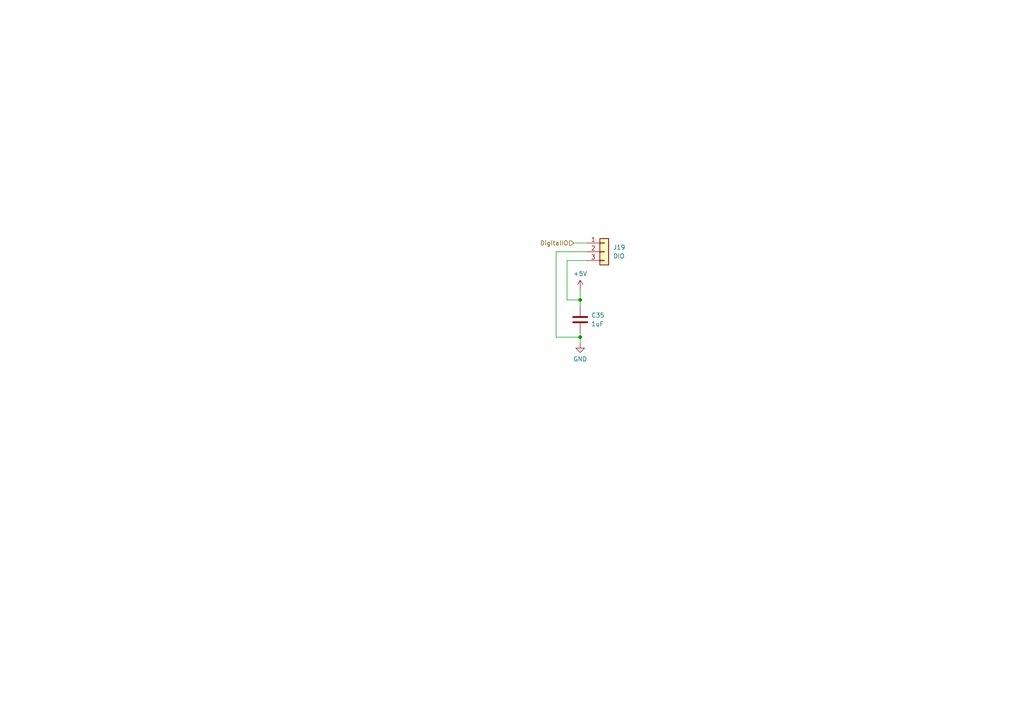
<source format=kicad_sch>
(kicad_sch (version 20230121) (generator eeschema)
  (paper "A4")
  (lib_symbols
    (symbol "Connector_Generic:Conn_01x03" (pin_names (offset 1.016) hide)
      (property "Reference" "J" (at 0 5.08 0))
      (property "Value" "Conn_01x03" (at 0 -5.08 0))
      (symbol "Conn_01x03_1_1"
        (rectangle (start -1.27 -2.413) (end 0 -2.667) (stroke (width 0.1524)))
        (rectangle (start -1.27 0.127) (end 0 -0.127) (stroke (width 0.1524)))
        (rectangle (start -1.27 2.667) (end 0 2.413) (stroke (width 0.1524)))
        (rectangle (start -1.27 3.81) (end 1.27 -3.81) (stroke (width 0.254)) (fill (type background)))
        (pin passive line (at -5.08 2.54 0) (length 3.81) (name "Pin_1") (number "1"))
        (pin passive line (at -5.08 0 0) (length 3.81) (name "Pin_2") (number "2"))
        (pin passive line (at -5.08 -2.54 0) (length 3.81) (name "Pin_3") (number "3"))
      )
    )
    (symbol "Device:C" (pin_numbers hide) (pin_names (offset 0.254))
      (property "Reference" "C" (at 0.635 2.54 0))
      (property "Value" "C" (at 0.635 -2.54 0))
      (symbol "C_0_1"
        (polyline (pts (xy -2.032 -0.762) (xy 2.032 -0.762)) (stroke (width 0.508)))
        (polyline (pts (xy -2.032 0.762) (xy 2.032 0.762)) (stroke (width 0.508)))
      )
      (symbol "C_1_1"
        (pin passive line (at 0 3.81 270) (length 2.794) (name "~") (number "1"))
        (pin passive line (at 0 -3.81 90) (length 2.794) (name "~") (number "2"))
      )
    )
    (symbol "power:+5V" (power) (pin_names (offset 0))
      (property "Value" "+5V" (at 0 3.556 0))
      (symbol "+5V_0_1"
        (polyline (pts (xy -0.762 1.27) (xy 0 2.54)))
        (polyline (pts (xy 0 0) (xy 0 2.54)))
        (polyline (pts (xy 0 2.54) (xy 0.762 1.27)))
      )
      (symbol "+5V_1_1"
        (pin power_in line (at 0 0 90) (length 0) hide (name "+5V") (number "1"))
      )
    )
    (symbol "power:GND" (power) (pin_names (offset 0))
      (property "Value" "GND" (at 0 -3.81 0))
      (symbol "GND_0_1"
        (polyline (pts (xy 0 0) (xy 0 -1.27) (xy 1.27 -1.27) (xy 0 -2.54) (xy -1.27 -1.27) (xy 0 -1.27)))
      )
      (symbol "GND_1_1"
        (pin power_in line (at 0 0 270) (length 0) hide (name "GND") (number "1"))
      )
    )
  )
  (junction (at 168.275 97.79))
  (junction (at 168.275 86.995))
  (wire (pts (xy 168.275 86.995) (xy 168.275 88.9)))
  (wire (pts (xy 168.275 96.52) (xy 168.275 97.79)))
  (wire (pts (xy 168.275 83.82) (xy 168.275 86.995)))
  (wire (pts (xy 161.29 97.79) (xy 168.275 97.79)))
  (wire (pts (xy 161.29 73.025) (xy 161.29 97.79)))
  (wire (pts (xy 170.18 73.025) (xy 161.29 73.025)))
  (wire (pts (xy 164.465 86.995) (xy 164.465 75.565)))
  (wire (pts (xy 168.275 97.79) (xy 168.275 99.695)))
  (wire (pts (xy 164.465 86.995) (xy 168.275 86.995)))
  (wire (pts (xy 164.465 75.565) (xy 170.18 75.565)))
  (wire (pts (xy 166.37 70.485) (xy 170.18 70.485)))
  (hierarchical_label "DigitalIO" (shape input) (at 166.37 70.485 180))
  (symbol (lib_id "Device:C") (at 168.275 92.71 0) (unit 1)
    (property "Reference" "C35" (at 171.45 91.44 0) (effects (justify left)))
    (property "Value" "1uF" (at 171.45 93.98 0) (effects (justify left)))
    (property "Footprint" "Capacitor_SMD:C_0805_2012Metric" (effects hide))
    (instances (project "TeensyIrrigation" (path "" (reference "C35") (unit 1)) (path "" (reference "C60") (unit 1)) (path "" (reference "C61") (unit 1)) (path "" (reference "C62") (unit 1)) (path "" (reference "C63") (unit 1)) (path "" (reference "C66") (unit 1)) (path "" (reference "C68") (unit 1)) (path "" (reference "C67") (unit 1)) (path "" (reference "C69") (unit 1))))
  )
  (symbol (lib_id "power:GND") (at 168.275 99.695 0) (unit 1)
    (property "Reference" "#PWR0205" (effects hide))
    (property "Value" "GND" (at 168.275 104.14 0))
    (instances (project "TeensyIrrigation" (path "" (reference "#PWR0205") (unit 1)) (path "" (reference "#PWR0219") (unit 1)) (path "" (reference "#PWR0223") (unit 1)) (path "" (reference "#PWR0227") (unit 1)) (path "" (reference "#PWR0231") (unit 1)) (path "" (reference "#PWR0240") (unit 1)) (path "" (reference "#PWR0248") (unit 1)) (path "" (reference "#PWR0242") (unit 1)) (path "" (reference "#PWR0250") (unit 1))))
  )
  (symbol (lib_id "Connector_Generic:Conn_01x03") (at 175.26 73.025 0) (unit 1)
    (property "Reference" "J19" (at 177.8 71.755 0) (effects (justify left)))
    (property "Value" "DIO" (at 177.8 74.295 0) (effects (justify left)))
    (property "Footprint" "Connector_PinHeader_2.54mm:PinHeader_1x03_P2.54mm_Vertical" (effects hide))
    (instances (project "TeensyIrrigation" (path "" (reference "J19") (unit 1)) (path "" (reference "J20") (unit 1)) (path "" (reference "J21") (unit 1)) (path "" (reference "J22") (unit 1)) (path "" (reference "J23") (unit 1)) (path "" (reference "J25") (unit 1)) (path "" (reference "J24") (unit 1)) (path "" (reference "J26") (unit 1))))
  )
  (symbol (lib_id "power:+5V") (at 168.275 83.82 0) (unit 1)
    (property "Reference" "#PWR0204" (effects hide))
    (property "Value" "+5V" (at 168.275 79.375 0))
    (instances (project "TeensyIrrigation" (path "" (reference "#PWR0204") (unit 1)) (path "" (reference "#PWR0218") (unit 1)) (path "" (reference "#PWR0222") (unit 1)) (path "" (reference "#PWR0226") (unit 1)) (path "" (reference "#PWR0230") (unit 1)) (path "" (reference "#PWR0239") (unit 1)) (path "" (reference "#PWR0247") (unit 1)) (path "" (reference "#PWR0241") (unit 1)) (path "" (reference "#PWR0249") (unit 1))))
  )
)
</source>
